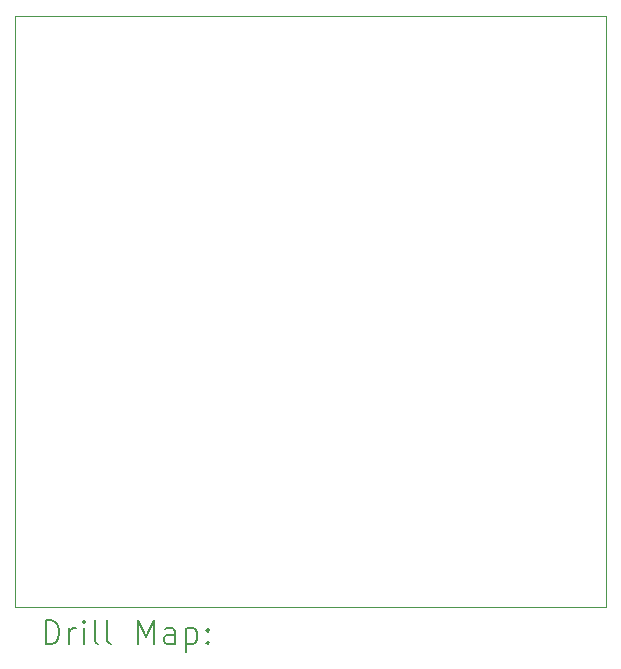
<source format=gbr>
%TF.GenerationSoftware,KiCad,Pcbnew,7.0.6-7.0.6~ubuntu22.04.1*%
%TF.CreationDate,2023-08-04T06:45:14-03:00*%
%TF.ProjectId,RF_Board,52465f42-6f61-4726-942e-6b696361645f,rev?*%
%TF.SameCoordinates,Original*%
%TF.FileFunction,Drillmap*%
%TF.FilePolarity,Positive*%
%FSLAX45Y45*%
G04 Gerber Fmt 4.5, Leading zero omitted, Abs format (unit mm)*
G04 Created by KiCad (PCBNEW 7.0.6-7.0.6~ubuntu22.04.1) date 2023-08-04 06:45:14*
%MOMM*%
%LPD*%
G01*
G04 APERTURE LIST*
%ADD10C,0.100000*%
%ADD11C,0.200000*%
G04 APERTURE END LIST*
D10*
X17300000Y-4700000D02*
X22300000Y-4700000D01*
X22300000Y-9700000D01*
X17300000Y-9700000D01*
X17300000Y-4700000D01*
D11*
X17555777Y-10016484D02*
X17555777Y-9816484D01*
X17555777Y-9816484D02*
X17603396Y-9816484D01*
X17603396Y-9816484D02*
X17631967Y-9826008D01*
X17631967Y-9826008D02*
X17651015Y-9845055D01*
X17651015Y-9845055D02*
X17660539Y-9864103D01*
X17660539Y-9864103D02*
X17670063Y-9902198D01*
X17670063Y-9902198D02*
X17670063Y-9930770D01*
X17670063Y-9930770D02*
X17660539Y-9968865D01*
X17660539Y-9968865D02*
X17651015Y-9987912D01*
X17651015Y-9987912D02*
X17631967Y-10006960D01*
X17631967Y-10006960D02*
X17603396Y-10016484D01*
X17603396Y-10016484D02*
X17555777Y-10016484D01*
X17755777Y-10016484D02*
X17755777Y-9883150D01*
X17755777Y-9921246D02*
X17765301Y-9902198D01*
X17765301Y-9902198D02*
X17774824Y-9892674D01*
X17774824Y-9892674D02*
X17793872Y-9883150D01*
X17793872Y-9883150D02*
X17812920Y-9883150D01*
X17879586Y-10016484D02*
X17879586Y-9883150D01*
X17879586Y-9816484D02*
X17870063Y-9826008D01*
X17870063Y-9826008D02*
X17879586Y-9835531D01*
X17879586Y-9835531D02*
X17889110Y-9826008D01*
X17889110Y-9826008D02*
X17879586Y-9816484D01*
X17879586Y-9816484D02*
X17879586Y-9835531D01*
X18003396Y-10016484D02*
X17984348Y-10006960D01*
X17984348Y-10006960D02*
X17974824Y-9987912D01*
X17974824Y-9987912D02*
X17974824Y-9816484D01*
X18108158Y-10016484D02*
X18089110Y-10006960D01*
X18089110Y-10006960D02*
X18079586Y-9987912D01*
X18079586Y-9987912D02*
X18079586Y-9816484D01*
X18336729Y-10016484D02*
X18336729Y-9816484D01*
X18336729Y-9816484D02*
X18403396Y-9959341D01*
X18403396Y-9959341D02*
X18470063Y-9816484D01*
X18470063Y-9816484D02*
X18470063Y-10016484D01*
X18651015Y-10016484D02*
X18651015Y-9911722D01*
X18651015Y-9911722D02*
X18641491Y-9892674D01*
X18641491Y-9892674D02*
X18622444Y-9883150D01*
X18622444Y-9883150D02*
X18584348Y-9883150D01*
X18584348Y-9883150D02*
X18565301Y-9892674D01*
X18651015Y-10006960D02*
X18631967Y-10016484D01*
X18631967Y-10016484D02*
X18584348Y-10016484D01*
X18584348Y-10016484D02*
X18565301Y-10006960D01*
X18565301Y-10006960D02*
X18555777Y-9987912D01*
X18555777Y-9987912D02*
X18555777Y-9968865D01*
X18555777Y-9968865D02*
X18565301Y-9949817D01*
X18565301Y-9949817D02*
X18584348Y-9940293D01*
X18584348Y-9940293D02*
X18631967Y-9940293D01*
X18631967Y-9940293D02*
X18651015Y-9930770D01*
X18746253Y-9883150D02*
X18746253Y-10083150D01*
X18746253Y-9892674D02*
X18765301Y-9883150D01*
X18765301Y-9883150D02*
X18803396Y-9883150D01*
X18803396Y-9883150D02*
X18822444Y-9892674D01*
X18822444Y-9892674D02*
X18831967Y-9902198D01*
X18831967Y-9902198D02*
X18841491Y-9921246D01*
X18841491Y-9921246D02*
X18841491Y-9978389D01*
X18841491Y-9978389D02*
X18831967Y-9997436D01*
X18831967Y-9997436D02*
X18822444Y-10006960D01*
X18822444Y-10006960D02*
X18803396Y-10016484D01*
X18803396Y-10016484D02*
X18765301Y-10016484D01*
X18765301Y-10016484D02*
X18746253Y-10006960D01*
X18927205Y-9997436D02*
X18936729Y-10006960D01*
X18936729Y-10006960D02*
X18927205Y-10016484D01*
X18927205Y-10016484D02*
X18917682Y-10006960D01*
X18917682Y-10006960D02*
X18927205Y-9997436D01*
X18927205Y-9997436D02*
X18927205Y-10016484D01*
X18927205Y-9892674D02*
X18936729Y-9902198D01*
X18936729Y-9902198D02*
X18927205Y-9911722D01*
X18927205Y-9911722D02*
X18917682Y-9902198D01*
X18917682Y-9902198D02*
X18927205Y-9892674D01*
X18927205Y-9892674D02*
X18927205Y-9911722D01*
M02*

</source>
